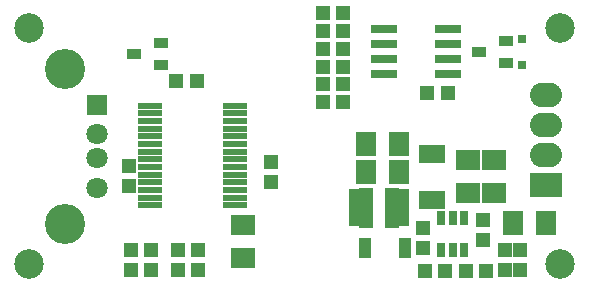
<source format=gts>
G04 DipTrace 2.4.0.2*
%INTopMask.gbr*%
%MOIN*%
%ADD37R,0.0787X0.0236*%
%ADD42C,0.0984*%
%ADD48R,0.0315X0.0512*%
%ADD51R,0.0866X0.0315*%
%ADD52R,0.0315X0.0315*%
%ADD54R,0.0492X0.0335*%
%ADD56R,0.0472X0.1339*%
%ADD58C,0.1339*%
%ADD60C,0.0709*%
%ADD62R,0.0709X0.0709*%
%ADD64O,0.1063X0.0827*%
%ADD66R,0.1063X0.0827*%
%ADD68R,0.0394X0.0709*%
%ADD70R,0.0906X0.063*%
%ADD72R,0.0512X0.0472*%
%ADD74R,0.0472X0.0512*%
%ADD76R,0.0787X0.0709*%
%ADD78R,0.0709X0.0787*%
%FSLAX44Y44*%
G04*
G70*
G90*
G75*
G01*
%LNTopMask*%
%LPD*%
D78*
X16171Y8937D3*
X17274D3*
X16171Y8000D3*
X17274D3*
D76*
X19546Y7312D3*
Y8414D3*
D74*
X18046Y5477D3*
Y6147D3*
D72*
X15394Y11516D3*
X14724D3*
X15394Y12697D3*
X14724D3*
Y10925D3*
X15394D3*
X9843Y11024D3*
X10512D3*
X18878Y10630D3*
X18209D3*
D74*
X8268Y8209D3*
Y7539D3*
X12992Y7677D3*
Y8346D3*
D76*
X12046Y6250D3*
Y5147D3*
D70*
X18359Y7062D3*
Y8597D3*
D76*
X20421Y7312D3*
Y8414D3*
D68*
X17466Y5455D3*
X16127D3*
D74*
X21296Y5397D3*
Y4727D3*
D72*
X8996Y5413D3*
X8327D3*
X8996Y4724D3*
X8327D3*
D78*
X21063Y6299D3*
X22165D3*
D42*
X4921Y12795D3*
Y4921D3*
X22638D3*
Y12795D3*
D66*
X22169Y7555D3*
D64*
Y8555D3*
Y9555D3*
Y10555D3*
D62*
X7185Y10236D3*
D60*
Y9252D3*
Y8465D3*
Y7480D3*
D58*
X6122Y11445D3*
Y6272D3*
D56*
X16171Y6812D3*
X17037D3*
D72*
X18796Y4687D3*
X18127D3*
X20171D3*
X19502D3*
D74*
X20046Y5727D3*
Y6397D3*
X20796Y4727D3*
Y5397D3*
D72*
X10571Y5413D3*
X9902D3*
X10571Y4724D3*
X9902D3*
X14724Y12106D3*
X15394D3*
X14724Y13287D3*
X15394D3*
X14724Y10335D3*
X15394D3*
D54*
X20827Y11634D3*
Y12382D3*
X19921Y12008D3*
D52*
X21358Y12441D3*
Y11575D3*
D54*
X9327Y11564D3*
Y12312D3*
X8421Y11938D3*
D51*
X16752Y12758D3*
Y12258D3*
Y11758D3*
Y11258D3*
X18878D3*
Y11758D3*
Y12258D3*
Y12758D3*
D37*
X11811Y6890D3*
Y7146D3*
Y7402D3*
Y7657D3*
Y7913D3*
Y8169D3*
Y8425D3*
Y8681D3*
Y8937D3*
Y9193D3*
Y9449D3*
Y9705D3*
Y9961D3*
Y10217D3*
X8976D3*
Y9961D3*
Y9705D3*
Y9449D3*
Y9193D3*
Y8937D3*
Y8681D3*
Y8425D3*
Y8169D3*
Y7913D3*
Y7657D3*
Y7402D3*
Y7146D3*
Y6890D3*
D48*
X18672Y5406D3*
X19046D3*
X19420D3*
Y6469D3*
X19046D3*
X18672D3*
G36*
X15609Y7437D2*
X16359D1*
Y6187D1*
X15609D1*
Y7437D1*
G37*
G36*
X16859D2*
X17609D1*
Y6187D1*
X16859D1*
Y7437D1*
G37*
M02*

</source>
